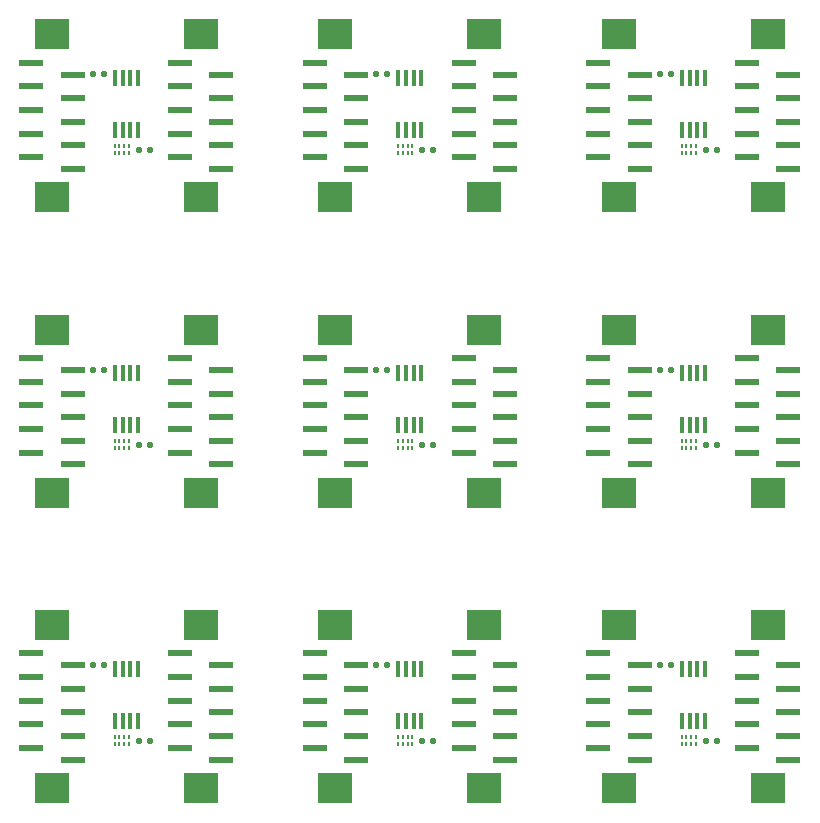
<source format=gtp>
%MOIN*%
%OFA0B0*%
%FSLAX34Y34*%
%IPPOS*%
%LPD*%
%AMOC8*
5,1,8,0,0,$1,22.5*%
%AMOC80*
5,1,8,0,0,$1,22.5*%
%AMOC81*
5,1,8,0,0,$1,22.5*%
%AMOC80*
5,1,8,0,0,$1,22.5*%
%AMOC81*
5,1,8,0,0,$1,22.5*%
%AMOC80*
5,1,8,0,0,$1,22.5*%
%AMOC81*
5,1,8,0,0,$1,22.5*%
%AMOC80*
5,1,8,0,0,$1,22.5*%
%AMOC81*
5,1,8,0,0,$1,22.5*%
%ADD10R,0.07874015748031496X0.023622047244094488*%
%ADD11R,0.1141732283464567X0.10236220472440946*%
%ADD12R,0.017716535433070866X0.057086614173228349*%
%ADD13C,0.00984251968503937*%
%ADD14R,0.0078740157480314977X0.011811023622047244*%
%ADD25R,0.07874015748031496X0.023622047244094488*%
%ADD26R,0.1141732283464567X0.10236220472440946*%
%ADD27R,0.017716535433070866X0.057086614173228349*%
%ADD28C,0.00984251968503937*%
%ADD29R,0.0078740157480314977X0.011811023622047244*%
%ADD30R,0.07874015748031496X0.023622047244094488*%
%ADD31R,0.1141732283464567X0.10236220472440946*%
%ADD32R,0.017716535433070866X0.057086614173228349*%
%ADD33C,0.00984251968503937*%
%ADD34R,0.0078740157480314977X0.011811023622047244*%
%ADD35R,0.07874015748031496X0.023622047244094488*%
%ADD36R,0.1141732283464567X0.10236220472440946*%
%ADD37R,0.017716535433070866X0.057086614173228349*%
%ADD38C,0.00984251968503937*%
%ADD39R,0.0078740157480314977X0.011811023622047244*%
%ADD40R,0.07874015748031496X0.023622047244094488*%
%ADD41R,0.1141732283464567X0.10236220472440946*%
%ADD42R,0.017716535433070866X0.057086614173228349*%
%ADD43C,0.00984251968503937*%
%ADD44R,0.0078740157480314977X0.011811023622047244*%
%ADD45R,0.07874015748031496X0.023622047244094488*%
%ADD46R,0.1141732283464567X0.10236220472440946*%
%ADD47R,0.017716535433070866X0.057086614173228349*%
%ADD48C,0.00984251968503937*%
%ADD49R,0.0078740157480314977X0.011811023622047244*%
%ADD50R,0.07874015748031496X0.023622047244094488*%
%ADD51R,0.1141732283464567X0.10236220472440946*%
%ADD52R,0.017716535433070866X0.057086614173228349*%
%ADD53C,0.00984251968503937*%
%ADD54R,0.0078740157480314977X0.011811023622047244*%
%ADD55R,0.07874015748031496X0.023622047244094488*%
%ADD56R,0.1141732283464567X0.10236220472440946*%
%ADD57R,0.017716535433070866X0.057086614173228349*%
%ADD58C,0.00984251968503937*%
%ADD59R,0.0078740157480314977X0.011811023622047244*%
%ADD60R,0.07874015748031496X0.023622047244094488*%
%ADD61R,0.1141732283464567X0.10236220472440946*%
%ADD62R,0.017716535433070866X0.057086614173228349*%
%ADD63C,0.00984251968503937*%
%ADD64R,0.0078740157480314977X0.011811023622047244*%
G75*
G01*
D10*
X0005905Y0005905D02*
X0006476Y0011614D03*
X0007854Y0011220D03*
X0006476Y0010826D03*
X0007854Y0010433D03*
X0006476Y0010039D03*
X0007854Y0009645D03*
X0006476Y0009251D03*
X0007854Y0008858D03*
X0006476Y0008464D03*
X0007854Y0008070D03*
D11*
X0007165Y0012559D03*
X0007165Y0007125D03*
D12*
X0010029Y0011102D03*
X0009773Y0011102D03*
X0009517Y0011102D03*
X0009261Y0011102D03*
X0009261Y0009370D03*
X0009517Y0009370D03*
X0009773Y0009370D03*
X0010029Y0009370D03*
D13*
X0008563Y0011194D02*
X0008465Y0011194D01*
X0008465Y0011293D01*
X0008563Y0011293D01*
X0008563Y0011194D01*
X0008563Y0011288D02*
X0008465Y0011288D01*
X0008829Y0011194D02*
X0008928Y0011194D01*
X0008829Y0011194D02*
X0008829Y0011293D01*
X0008928Y0011293D01*
X0008928Y0011194D01*
X0008928Y0011288D02*
X0008829Y0011288D01*
X0009993Y0008671D02*
X0010091Y0008671D01*
X0009993Y0008671D02*
X0009993Y0008769D01*
X0010091Y0008769D01*
X0010091Y0008671D01*
X0010091Y0008764D02*
X0009993Y0008764D01*
X0010357Y0008671D02*
X0010455Y0008671D01*
X0010357Y0008671D02*
X0010357Y0008769D01*
X0010455Y0008769D01*
X0010455Y0008671D01*
X0010455Y0008764D02*
X0010357Y0008764D01*
D10*
X0012814Y0008070D03*
X0011437Y0008464D03*
X0012814Y0008858D03*
X0011437Y0009251D03*
X0012814Y0009645D03*
X0011437Y0010039D03*
X0012814Y0010433D03*
X0011437Y0010826D03*
X0012814Y0011220D03*
X0011437Y0011614D03*
D11*
X0012125Y0007125D03*
X0012125Y0012559D03*
D14*
X0009251Y0008602D03*
X0009409Y0008602D03*
X0009566Y0008602D03*
X0009724Y0008602D03*
X0009724Y0008838D03*
X0009566Y0008838D03*
X0009409Y0008838D03*
X0009251Y0008838D03*
G04 next file*
G04 EAGLE Gerber RS-274X export*
G75*
G01*
D25*
X0015354Y0005905D02*
X0015925Y0011614D03*
X0017303Y0011220D03*
X0015925Y0010826D03*
X0017303Y0010433D03*
X0015925Y0010039D03*
X0017303Y0009645D03*
X0015925Y0009251D03*
X0017303Y0008858D03*
X0015925Y0008464D03*
X0017303Y0008070D03*
D26*
X0016614Y0012559D03*
X0016614Y0007125D03*
D27*
X0019478Y0011102D03*
X0019222Y0011102D03*
X0018966Y0011102D03*
X0018710Y0011102D03*
X0018710Y0009370D03*
X0018966Y0009370D03*
X0019222Y0009370D03*
X0019478Y0009370D03*
D28*
X0018012Y0011194D02*
X0017914Y0011194D01*
X0017914Y0011293D01*
X0018012Y0011293D01*
X0018012Y0011194D01*
X0018012Y0011288D02*
X0017914Y0011288D01*
X0018278Y0011194D02*
X0018376Y0011194D01*
X0018278Y0011194D02*
X0018278Y0011293D01*
X0018376Y0011293D01*
X0018376Y0011194D01*
X0018376Y0011288D02*
X0018278Y0011288D01*
X0019441Y0008671D02*
X0019540Y0008671D01*
X0019441Y0008671D02*
X0019441Y0008769D01*
X0019540Y0008769D01*
X0019540Y0008671D01*
X0019540Y0008764D02*
X0019441Y0008764D01*
X0019806Y0008671D02*
X0019904Y0008671D01*
X0019806Y0008671D02*
X0019806Y0008769D01*
X0019904Y0008769D01*
X0019904Y0008671D01*
X0019904Y0008764D02*
X0019806Y0008764D01*
D25*
X0022263Y0008070D03*
X0020885Y0008464D03*
X0022263Y0008858D03*
X0020885Y0009251D03*
X0022263Y0009645D03*
X0020885Y0010039D03*
X0022263Y0010433D03*
X0020885Y0010826D03*
X0022263Y0011220D03*
X0020885Y0011614D03*
D26*
X0021574Y0007125D03*
X0021574Y0012559D03*
D29*
X0018700Y0008602D03*
X0018858Y0008602D03*
X0019015Y0008602D03*
X0019173Y0008602D03*
X0019173Y0008838D03*
X0019015Y0008838D03*
X0018858Y0008838D03*
X0018700Y0008838D03*
G04 next file*
G04 EAGLE Gerber RS-274X export*
G75*
G01*
D30*
X0024803Y0005905D02*
X0025374Y0011614D03*
X0026751Y0011220D03*
X0025374Y0010826D03*
X0026751Y0010433D03*
X0025374Y0010039D03*
X0026751Y0009645D03*
X0025374Y0009251D03*
X0026751Y0008858D03*
X0025374Y0008464D03*
X0026751Y0008070D03*
D31*
X0026062Y0012559D03*
X0026062Y0007125D03*
D32*
X0028927Y0011102D03*
X0028671Y0011102D03*
X0028415Y0011102D03*
X0028159Y0011102D03*
X0028159Y0009370D03*
X0028415Y0009370D03*
X0028671Y0009370D03*
X0028927Y0009370D03*
D33*
X0027461Y0011194D02*
X0027363Y0011194D01*
X0027363Y0011293D01*
X0027461Y0011293D01*
X0027461Y0011194D01*
X0027461Y0011288D02*
X0027363Y0011288D01*
X0027727Y0011194D02*
X0027825Y0011194D01*
X0027727Y0011194D02*
X0027727Y0011293D01*
X0027825Y0011293D01*
X0027825Y0011194D01*
X0027825Y0011288D02*
X0027727Y0011288D01*
X0028890Y0008671D02*
X0028989Y0008671D01*
X0028890Y0008671D02*
X0028890Y0008769D01*
X0028989Y0008769D01*
X0028989Y0008671D01*
X0028989Y0008764D02*
X0028890Y0008764D01*
X0029254Y0008671D02*
X0029353Y0008671D01*
X0029254Y0008671D02*
X0029254Y0008769D01*
X0029353Y0008769D01*
X0029353Y0008671D01*
X0029353Y0008764D02*
X0029254Y0008764D01*
D30*
X0031712Y0008070D03*
X0030334Y0008464D03*
X0031712Y0008858D03*
X0030334Y0009251D03*
X0031712Y0009645D03*
X0030334Y0010039D03*
X0031712Y0010433D03*
X0030334Y0010826D03*
X0031712Y0011220D03*
X0030334Y0011614D03*
D31*
X0031023Y0007125D03*
X0031023Y0012559D03*
D34*
X0028149Y0008602D03*
X0028307Y0008602D03*
X0028464Y0008602D03*
X0028622Y0008602D03*
X0028622Y0008838D03*
X0028464Y0008838D03*
X0028307Y0008838D03*
X0028149Y0008838D03*
G04 next file*
G04 EAGLE Gerber RS-274X export*
G75*
G01*
D35*
X0005905Y0015748D02*
X0006476Y0021456D03*
X0007854Y0021062D03*
X0006476Y0020669D03*
X0007854Y0020275D03*
X0006476Y0019881D03*
X0007854Y0019488D03*
X0006476Y0019094D03*
X0007854Y0018700D03*
X0006476Y0018307D03*
X0007854Y0017913D03*
D36*
X0007165Y0022401D03*
X0007165Y0016968D03*
D37*
X0010029Y0020944D03*
X0009773Y0020944D03*
X0009517Y0020944D03*
X0009261Y0020944D03*
X0009261Y0019212D03*
X0009517Y0019212D03*
X0009773Y0019212D03*
X0010029Y0019212D03*
D38*
X0008563Y0021037D02*
X0008465Y0021037D01*
X0008465Y0021135D01*
X0008563Y0021135D01*
X0008563Y0021037D01*
X0008563Y0021130D02*
X0008465Y0021130D01*
X0008829Y0021037D02*
X0008928Y0021037D01*
X0008829Y0021037D02*
X0008829Y0021135D01*
X0008928Y0021135D01*
X0008928Y0021037D01*
X0008928Y0021130D02*
X0008829Y0021130D01*
X0009993Y0018513D02*
X0010091Y0018513D01*
X0009993Y0018513D02*
X0009993Y0018612D01*
X0010091Y0018612D01*
X0010091Y0018513D01*
X0010091Y0018607D02*
X0009993Y0018607D01*
X0010357Y0018513D02*
X0010455Y0018513D01*
X0010357Y0018513D02*
X0010357Y0018612D01*
X0010455Y0018612D01*
X0010455Y0018513D01*
X0010455Y0018607D02*
X0010357Y0018607D01*
D35*
X0012814Y0017913D03*
X0011437Y0018307D03*
X0012814Y0018700D03*
X0011437Y0019094D03*
X0012814Y0019488D03*
X0011437Y0019881D03*
X0012814Y0020275D03*
X0011437Y0020669D03*
X0012814Y0021062D03*
X0011437Y0021456D03*
D36*
X0012125Y0016968D03*
X0012125Y0022401D03*
D39*
X0009251Y0018444D03*
X0009409Y0018444D03*
X0009566Y0018444D03*
X0009724Y0018444D03*
X0009724Y0018681D03*
X0009566Y0018681D03*
X0009409Y0018681D03*
X0009251Y0018681D03*
G04 next file*
G04 EAGLE Gerber RS-274X export*
G75*
G01*
D40*
X0015354Y0015748D02*
X0015925Y0021456D03*
X0017303Y0021062D03*
X0015925Y0020669D03*
X0017303Y0020275D03*
X0015925Y0019881D03*
X0017303Y0019488D03*
X0015925Y0019094D03*
X0017303Y0018700D03*
X0015925Y0018307D03*
X0017303Y0017913D03*
D41*
X0016614Y0022401D03*
X0016614Y0016968D03*
D42*
X0019478Y0020944D03*
X0019222Y0020944D03*
X0018966Y0020944D03*
X0018710Y0020944D03*
X0018710Y0019212D03*
X0018966Y0019212D03*
X0019222Y0019212D03*
X0019478Y0019212D03*
D43*
X0018012Y0021037D02*
X0017914Y0021037D01*
X0017914Y0021135D01*
X0018012Y0021135D01*
X0018012Y0021037D01*
X0018012Y0021130D02*
X0017914Y0021130D01*
X0018278Y0021037D02*
X0018376Y0021037D01*
X0018278Y0021037D02*
X0018278Y0021135D01*
X0018376Y0021135D01*
X0018376Y0021037D01*
X0018376Y0021130D02*
X0018278Y0021130D01*
X0019441Y0018513D02*
X0019540Y0018513D01*
X0019441Y0018513D02*
X0019441Y0018612D01*
X0019540Y0018612D01*
X0019540Y0018513D01*
X0019540Y0018607D02*
X0019441Y0018607D01*
X0019806Y0018513D02*
X0019904Y0018513D01*
X0019806Y0018513D02*
X0019806Y0018612D01*
X0019904Y0018612D01*
X0019904Y0018513D01*
X0019904Y0018607D02*
X0019806Y0018607D01*
D40*
X0022263Y0017913D03*
X0020885Y0018307D03*
X0022263Y0018700D03*
X0020885Y0019094D03*
X0022263Y0019488D03*
X0020885Y0019881D03*
X0022263Y0020275D03*
X0020885Y0020669D03*
X0022263Y0021062D03*
X0020885Y0021456D03*
D41*
X0021574Y0016968D03*
X0021574Y0022401D03*
D44*
X0018700Y0018444D03*
X0018858Y0018444D03*
X0019015Y0018444D03*
X0019173Y0018444D03*
X0019173Y0018681D03*
X0019015Y0018681D03*
X0018858Y0018681D03*
X0018700Y0018681D03*
G04 next file*
G04 EAGLE Gerber RS-274X export*
G75*
G01*
D45*
X0024803Y0015748D02*
X0025374Y0021456D03*
X0026751Y0021062D03*
X0025374Y0020669D03*
X0026751Y0020275D03*
X0025374Y0019881D03*
X0026751Y0019488D03*
X0025374Y0019094D03*
X0026751Y0018700D03*
X0025374Y0018307D03*
X0026751Y0017913D03*
D46*
X0026062Y0022401D03*
X0026062Y0016968D03*
D47*
X0028927Y0020944D03*
X0028671Y0020944D03*
X0028415Y0020944D03*
X0028159Y0020944D03*
X0028159Y0019212D03*
X0028415Y0019212D03*
X0028671Y0019212D03*
X0028927Y0019212D03*
D48*
X0027461Y0021037D02*
X0027363Y0021037D01*
X0027363Y0021135D01*
X0027461Y0021135D01*
X0027461Y0021037D01*
X0027461Y0021130D02*
X0027363Y0021130D01*
X0027727Y0021037D02*
X0027825Y0021037D01*
X0027727Y0021037D02*
X0027727Y0021135D01*
X0027825Y0021135D01*
X0027825Y0021037D01*
X0027825Y0021130D02*
X0027727Y0021130D01*
X0028890Y0018513D02*
X0028989Y0018513D01*
X0028890Y0018513D02*
X0028890Y0018612D01*
X0028989Y0018612D01*
X0028989Y0018513D01*
X0028989Y0018607D02*
X0028890Y0018607D01*
X0029254Y0018513D02*
X0029353Y0018513D01*
X0029254Y0018513D02*
X0029254Y0018612D01*
X0029353Y0018612D01*
X0029353Y0018513D01*
X0029353Y0018607D02*
X0029254Y0018607D01*
D45*
X0031712Y0017913D03*
X0030334Y0018307D03*
X0031712Y0018700D03*
X0030334Y0019094D03*
X0031712Y0019488D03*
X0030334Y0019881D03*
X0031712Y0020275D03*
X0030334Y0020669D03*
X0031712Y0021062D03*
X0030334Y0021456D03*
D46*
X0031023Y0016968D03*
X0031023Y0022401D03*
D49*
X0028149Y0018444D03*
X0028307Y0018444D03*
X0028464Y0018444D03*
X0028622Y0018444D03*
X0028622Y0018681D03*
X0028464Y0018681D03*
X0028307Y0018681D03*
X0028149Y0018681D03*
G04 next file*
G04 EAGLE Gerber RS-274X export*
G75*
G01*
D50*
X0005905Y0025590D02*
X0006476Y0031299D03*
X0007854Y0030905D03*
X0006476Y0030511D03*
X0007854Y0030118D03*
X0006476Y0029724D03*
X0007854Y0029330D03*
X0006476Y0028937D03*
X0007854Y0028543D03*
X0006476Y0028149D03*
X0007854Y0027755D03*
D51*
X0007165Y0032244D03*
X0007165Y0026811D03*
D52*
X0010029Y0030787D03*
X0009773Y0030787D03*
X0009517Y0030787D03*
X0009261Y0030787D03*
X0009261Y0029055D03*
X0009517Y0029055D03*
X0009773Y0029055D03*
X0010029Y0029055D03*
D53*
X0008563Y0030879D02*
X0008465Y0030879D01*
X0008465Y0030978D01*
X0008563Y0030978D01*
X0008563Y0030879D01*
X0008563Y0030973D02*
X0008465Y0030973D01*
X0008829Y0030879D02*
X0008928Y0030879D01*
X0008829Y0030879D02*
X0008829Y0030978D01*
X0008928Y0030978D01*
X0008928Y0030879D01*
X0008928Y0030973D02*
X0008829Y0030973D01*
X0009993Y0028356D02*
X0010091Y0028356D01*
X0009993Y0028356D02*
X0009993Y0028454D01*
X0010091Y0028454D01*
X0010091Y0028356D01*
X0010091Y0028449D02*
X0009993Y0028449D01*
X0010357Y0028356D02*
X0010455Y0028356D01*
X0010357Y0028356D02*
X0010357Y0028454D01*
X0010455Y0028454D01*
X0010455Y0028356D01*
X0010455Y0028449D02*
X0010357Y0028449D01*
D50*
X0012814Y0027755D03*
X0011437Y0028149D03*
X0012814Y0028543D03*
X0011437Y0028937D03*
X0012814Y0029330D03*
X0011437Y0029724D03*
X0012814Y0030118D03*
X0011437Y0030511D03*
X0012814Y0030905D03*
X0011437Y0031299D03*
D51*
X0012125Y0026811D03*
X0012125Y0032244D03*
D54*
X0009251Y0028287D03*
X0009409Y0028287D03*
X0009566Y0028287D03*
X0009724Y0028287D03*
X0009724Y0028523D03*
X0009566Y0028523D03*
X0009409Y0028523D03*
X0009251Y0028523D03*
G04 next file*
G04 EAGLE Gerber RS-274X export*
G75*
G01*
D55*
X0015354Y0025590D02*
X0015925Y0031299D03*
X0017303Y0030905D03*
X0015925Y0030511D03*
X0017303Y0030118D03*
X0015925Y0029724D03*
X0017303Y0029330D03*
X0015925Y0028937D03*
X0017303Y0028543D03*
X0015925Y0028149D03*
X0017303Y0027755D03*
D56*
X0016614Y0032244D03*
X0016614Y0026811D03*
D57*
X0019478Y0030787D03*
X0019222Y0030787D03*
X0018966Y0030787D03*
X0018710Y0030787D03*
X0018710Y0029055D03*
X0018966Y0029055D03*
X0019222Y0029055D03*
X0019478Y0029055D03*
D58*
X0018012Y0030879D02*
X0017914Y0030879D01*
X0017914Y0030978D01*
X0018012Y0030978D01*
X0018012Y0030879D01*
X0018012Y0030973D02*
X0017914Y0030973D01*
X0018278Y0030879D02*
X0018376Y0030879D01*
X0018278Y0030879D02*
X0018278Y0030978D01*
X0018376Y0030978D01*
X0018376Y0030879D01*
X0018376Y0030973D02*
X0018278Y0030973D01*
X0019441Y0028356D02*
X0019540Y0028356D01*
X0019441Y0028356D02*
X0019441Y0028454D01*
X0019540Y0028454D01*
X0019540Y0028356D01*
X0019540Y0028449D02*
X0019441Y0028449D01*
X0019806Y0028356D02*
X0019904Y0028356D01*
X0019806Y0028356D02*
X0019806Y0028454D01*
X0019904Y0028454D01*
X0019904Y0028356D01*
X0019904Y0028449D02*
X0019806Y0028449D01*
D55*
X0022263Y0027755D03*
X0020885Y0028149D03*
X0022263Y0028543D03*
X0020885Y0028937D03*
X0022263Y0029330D03*
X0020885Y0029724D03*
X0022263Y0030118D03*
X0020885Y0030511D03*
X0022263Y0030905D03*
X0020885Y0031299D03*
D56*
X0021574Y0026811D03*
X0021574Y0032244D03*
D59*
X0018700Y0028287D03*
X0018858Y0028287D03*
X0019015Y0028287D03*
X0019173Y0028287D03*
X0019173Y0028523D03*
X0019015Y0028523D03*
X0018858Y0028523D03*
X0018700Y0028523D03*
G04 next file*
G04 EAGLE Gerber RS-274X export*
G75*
G01*
D60*
X0024803Y0025590D02*
X0025374Y0031299D03*
X0026751Y0030905D03*
X0025374Y0030511D03*
X0026751Y0030118D03*
X0025374Y0029724D03*
X0026751Y0029330D03*
X0025374Y0028937D03*
X0026751Y0028543D03*
X0025374Y0028149D03*
X0026751Y0027755D03*
D61*
X0026062Y0032244D03*
X0026062Y0026811D03*
D62*
X0028927Y0030787D03*
X0028671Y0030787D03*
X0028415Y0030787D03*
X0028159Y0030787D03*
X0028159Y0029055D03*
X0028415Y0029055D03*
X0028671Y0029055D03*
X0028927Y0029055D03*
D63*
X0027461Y0030879D02*
X0027363Y0030879D01*
X0027363Y0030978D01*
X0027461Y0030978D01*
X0027461Y0030879D01*
X0027461Y0030973D02*
X0027363Y0030973D01*
X0027727Y0030879D02*
X0027825Y0030879D01*
X0027727Y0030879D02*
X0027727Y0030978D01*
X0027825Y0030978D01*
X0027825Y0030879D01*
X0027825Y0030973D02*
X0027727Y0030973D01*
X0028890Y0028356D02*
X0028989Y0028356D01*
X0028890Y0028356D02*
X0028890Y0028454D01*
X0028989Y0028454D01*
X0028989Y0028356D01*
X0028989Y0028449D02*
X0028890Y0028449D01*
X0029254Y0028356D02*
X0029353Y0028356D01*
X0029254Y0028356D02*
X0029254Y0028454D01*
X0029353Y0028454D01*
X0029353Y0028356D01*
X0029353Y0028449D02*
X0029254Y0028449D01*
D60*
X0031712Y0027755D03*
X0030334Y0028149D03*
X0031712Y0028543D03*
X0030334Y0028937D03*
X0031712Y0029330D03*
X0030334Y0029724D03*
X0031712Y0030118D03*
X0030334Y0030511D03*
X0031712Y0030905D03*
X0030334Y0031299D03*
D61*
X0031023Y0026811D03*
X0031023Y0032244D03*
D64*
X0028149Y0028287D03*
X0028307Y0028287D03*
X0028464Y0028287D03*
X0028622Y0028287D03*
X0028622Y0028523D03*
X0028464Y0028523D03*
X0028307Y0028523D03*
X0028149Y0028523D03*
M02*
</source>
